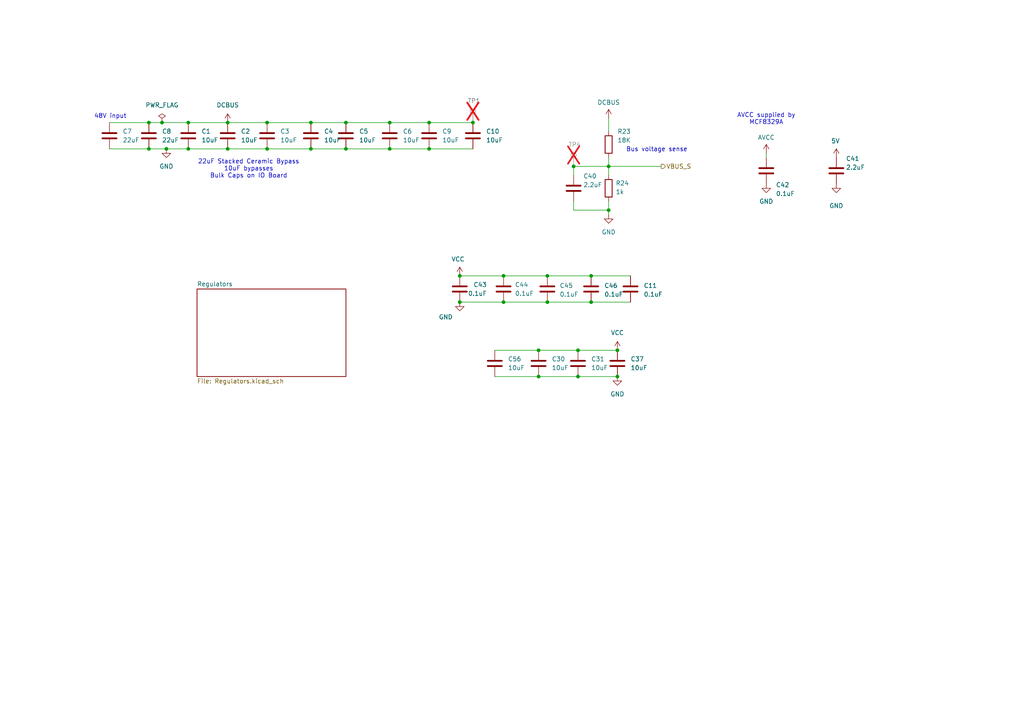
<source format=kicad_sch>
(kicad_sch (version 20231120) (generator "eeschema") (generator_version "8.0")
  (paper "A4")
  (lib_symbols
    (symbol "Connector:TestPoint" (pin_numbers hide) (pin_names (offset 0.762) hide)
      (property "Reference" "TP" (at 0 6.858 0))
      (property "Value" "TestPoint" (at 0 5.08 0))
      (symbol "TestPoint_0_1"
        (circle (center 0 3.302) (radius 0.762))
      )
      (symbol "TestPoint_1_1"
        (pin passive line (at 0 0 90) (length 2.54) (name "1") (number "1"))
      )
    )
    (symbol "Device:C" (pin_numbers hide) (pin_names (offset 0.254))
      (property "Reference" "C" (at 0.635 2.54 0))
      (property "Value" "C" (at 0.635 -2.54 0))
      (symbol "C_0_1"
        (polyline (pts (xy -2.032 -0.762) (xy 2.032 -0.762)) (stroke (width 0.508)))
        (polyline (pts (xy -2.032 0.762) (xy 2.032 0.762)) (stroke (width 0.508)))
      )
      (symbol "C_1_1"
        (pin passive line (at 0 3.81 270) (length 2.794) (name "~") (number "1"))
        (pin passive line (at 0 -3.81 90) (length 2.794) (name "~") (number "2"))
      )
    )
    (symbol "Device:R" (pin_numbers hide) (pin_names (offset 0))
      (property "Reference" "R" (at 2.032 0 90))
      (property "Value" "R" (at 0 0 90))
      (symbol "R_0_1"
        (rectangle (start -1.016 -2.54) (end 1.016 2.54) (stroke (width 0.254)))
      )
      (symbol "R_1_1"
        (pin passive line (at 0 3.81 270) (length 1.27) (name "~") (number "1"))
        (pin passive line (at 0 -3.81 90) (length 1.27) (name "~") (number "2"))
      )
    )
    (symbol "power:+3.3V" (power) (pin_numbers hide) (pin_names (offset 0) hide)
      (property "Value" "+3.3V" (at 0 3.556 0))
      (symbol "+3.3V_0_1"
        (polyline (pts (xy -0.762 1.27) (xy 0 2.54)))
        (polyline (pts (xy 0 0) (xy 0 2.54)))
        (polyline (pts (xy 0 2.54) (xy 0.762 1.27)))
      )
      (symbol "+3.3V_1_1"
        (pin power_in line (at 0 0 90) (length 0) (name "~") (number "1"))
      )
    )
    (symbol "power:+48V" (power) (pin_numbers hide) (pin_names (offset 0) hide)
      (property "Value" "+48V" (at 0 3.556 0))
      (symbol "+48V_0_1"
        (polyline (pts (xy -0.762 1.27) (xy 0 2.54)))
        (polyline (pts (xy 0 0) (xy 0 2.54)))
        (polyline (pts (xy 0 2.54) (xy 0.762 1.27)))
      )
      (symbol "+48V_1_1"
        (pin power_in line (at 0 0 90) (length 0) (name "~") (number "1"))
      )
    )
    (symbol "power:+5V" (power) (pin_numbers hide) (pin_names (offset 0) hide)
      (property "Value" "+5V" (at 0 3.556 0))
      (symbol "+5V_0_1"
        (polyline (pts (xy -0.762 1.27) (xy 0 2.54)))
        (polyline (pts (xy 0 0) (xy 0 2.54)))
        (polyline (pts (xy 0 2.54) (xy 0.762 1.27)))
      )
      (symbol "+5V_1_1"
        (pin power_in line (at 0 0 90) (length 0) (name "~") (number "1"))
      )
    )
    (symbol "power:GND" (power) (pin_numbers hide) (pin_names (offset 0) hide)
      (property "Value" "GND" (at 0 -3.81 0))
      (symbol "GND_0_1"
        (polyline (pts (xy 0 0) (xy 0 -1.27) (xy 1.27 -1.27) (xy 0 -2.54) (xy -1.27 -1.27) (xy 0 -1.27)))
      )
      (symbol "GND_1_1"
        (pin power_in line (at 0 0 270) (length 0) (name "~") (number "1"))
      )
    )
    (symbol "power:PWR_FLAG" (power) (pin_numbers hide) (pin_names (offset 0) hide)
      (property "Value" "PWR_FLAG" (at 0 3.81 0))
      (symbol "PWR_FLAG_0_0"
        (pin power_out line (at 0 0 90) (length 0) (name "~") (number "1"))
      )
      (symbol "PWR_FLAG_0_1"
        (polyline (pts (xy 0 0) (xy 0 1.27) (xy -1.016 1.905) (xy 0 2.54) (xy 1.016 1.905) (xy 0 1.27)))
      )
    )
    (symbol "power:VCC" (power) (pin_numbers hide) (pin_names (offset 0) hide)
      (property "Value" "VCC" (at 0 3.556 0))
      (symbol "VCC_0_1"
        (polyline (pts (xy -0.762 1.27) (xy 0 2.54)))
        (polyline (pts (xy 0 0) (xy 0 2.54)))
        (polyline (pts (xy 0 2.54) (xy 0.762 1.27)))
      )
      (symbol "VCC_1_1"
        (pin power_in line (at 0 0 90) (length 0) (name "~") (number "1"))
      )
    )
  )
  (junction (at 158.75 87.63))
  (junction (at 176.53 60.96))
  (junction (at 146.05 80.01))
  (junction (at 158.75 80.01))
  (junction (at 43.18 35.56))
  (junction (at 66.04 43.18))
  (junction (at 133.35 87.63))
  (junction (at 46.99 35.56))
  (junction (at 166.37 48.26))
  (junction (at 133.35 80.01))
  (junction (at 54.61 35.56))
  (junction (at 100.33 35.56))
  (junction (at 90.17 35.56))
  (junction (at 156.21 109.22))
  (junction (at 146.05 87.63))
  (junction (at 137.16 35.56))
  (junction (at 167.64 101.6))
  (junction (at 156.21 101.6))
  (junction (at 43.18 43.18))
  (junction (at 179.07 101.6))
  (junction (at 176.53 48.26))
  (junction (at 124.46 43.18))
  (junction (at 100.33 43.18))
  (junction (at 48.26 43.18))
  (junction (at 171.45 87.63))
  (junction (at 77.47 43.18))
  (junction (at 113.03 35.56))
  (junction (at 179.07 109.22))
  (junction (at 54.61 43.18))
  (junction (at 66.04 35.56))
  (junction (at 90.17 43.18))
  (junction (at 124.46 35.56))
  (junction (at 113.03 43.18))
  (junction (at 77.47 35.56))
  (junction (at 167.64 109.22))
  (junction (at 171.45 80.01))
  (wire (pts (xy 90.17 43.18) (xy 100.33 43.18)))
  (wire (pts (xy 171.45 87.63) (xy 182.88 87.63)))
  (wire (pts (xy 176.53 48.26) (xy 176.53 50.8)))
  (wire (pts (xy 176.53 34.29) (xy 176.53 38.1)))
  (wire (pts (xy 167.64 101.6) (xy 179.07 101.6)))
  (wire (pts (xy 124.46 43.18) (xy 137.16 43.18)))
  (wire (pts (xy 77.47 35.56) (xy 90.17 35.56)))
  (wire (pts (xy 176.53 60.96) (xy 176.53 62.23)))
  (wire (pts (xy 167.64 109.22) (xy 179.07 109.22)))
  (wire (pts (xy 143.51 101.6) (xy 156.21 101.6)))
  (wire (pts (xy 124.46 35.56) (xy 137.16 35.56)))
  (wire (pts (xy 176.53 60.96) (xy 166.37 60.96)))
  (wire (pts (xy 31.75 35.56) (xy 43.18 35.56)))
  (wire (pts (xy 146.05 80.01) (xy 158.75 80.01)))
  (wire (pts (xy 100.33 35.56) (xy 113.03 35.56)))
  (wire (pts (xy 176.53 45.72) (xy 176.53 48.26)))
  (wire (pts (xy 43.18 43.18) (xy 48.26 43.18)))
  (wire (pts (xy 158.75 80.01) (xy 171.45 80.01)))
  (wire (pts (xy 100.33 43.18) (xy 113.03 43.18)))
  (wire (pts (xy 54.61 43.18) (xy 66.04 43.18)))
  (wire (pts (xy 48.26 43.18) (xy 54.61 43.18)))
  (wire (pts (xy 222.25 44.45) (xy 222.25 45.72)))
  (wire (pts (xy 43.18 35.56) (xy 46.99 35.56)))
  (wire (pts (xy 66.04 43.18) (xy 77.47 43.18)))
  (wire (pts (xy 54.61 35.56) (xy 66.04 35.56)))
  (wire (pts (xy 156.21 109.22) (xy 167.64 109.22)))
  (wire (pts (xy 156.21 101.6) (xy 167.64 101.6)))
  (wire (pts (xy 113.03 43.18) (xy 124.46 43.18)))
  (wire (pts (xy 133.35 80.01) (xy 146.05 80.01)))
  (wire (pts (xy 77.47 43.18) (xy 90.17 43.18)))
  (wire (pts (xy 46.99 35.56) (xy 54.61 35.56)))
  (wire (pts (xy 166.37 48.26) (xy 176.53 48.26)))
  (wire (pts (xy 176.53 58.42) (xy 176.53 60.96)))
  (wire (pts (xy 166.37 50.8) (xy 166.37 48.26)))
  (wire (pts (xy 176.53 48.26) (xy 191.77 48.26)))
  (wire (pts (xy 143.51 109.22) (xy 156.21 109.22)))
  (wire (pts (xy 31.75 43.18) (xy 43.18 43.18)))
  (wire (pts (xy 90.17 35.56) (xy 100.33 35.56)))
  (wire (pts (xy 146.05 87.63) (xy 158.75 87.63)))
  (wire (pts (xy 171.45 80.01) (xy 182.88 80.01)))
  (wire (pts (xy 113.03 35.56) (xy 124.46 35.56)))
  (wire (pts (xy 166.37 60.96) (xy 166.37 58.42)))
  (wire (pts (xy 66.04 35.56) (xy 77.47 35.56)))
  (wire (pts (xy 158.75 87.63) (xy 171.45 87.63)))
  (wire (pts (xy 133.35 87.63) (xy 146.05 87.63)))
  (text "22uF Stacked Ceramic Bypass\n10uF bypasses\nBulk Caps on IO Board" (at 72.136 49.022 0) (effects (font (size 1.27 1.27))))
  (text "48V input" (at 32.004 33.782 0) (effects (font (size 1.27 1.27))))
  (text "Bus voltage sense" (at 190.5 43.434 0) (effects (font (size 1.27 1.27))))
  (text "AVCC supplied by\nMCF8329A" (at 222.25 34.544 0) (effects (font (size 1.27 1.27))))
  (hierarchical_label "VBUS_S" (shape output) (at 191.77 48.26 0))
  (symbol (lib_id "Device:C") (at 77.47 39.37 0) (unit 1)
    (property "Reference" "C3" (at 81.28 38.0999 0) (effects (justify left)))
    (property "Value" "10uF" (at 81.28 40.6399 0) (effects (justify left)))
    (property "Description" "Unpolarized capacitor" (effects (hide yes)))
    (property "LCSC Part #" "C153035" (effects (hide yes)))
    (property "LCSC Part #" " C153035" (effects (hide yes)))
  )
  (symbol (lib_id "Device:C") (at 222.25 49.53 0) (unit 1)
    (property "Reference" "C42" (at 225.044 54.356 0) (effects (justify left bottom)))
    (property "Value" "${CAPACITANCE}" (at 225.044 56.896 0) (effects (justify left bottom)))
    (property "Footprint" "Capacitor_SMD:C_0603_1608Metric" (effects (hide yes)))
    (property "Description" "CAP CER 0.1UF 50V X7R 0603" (effects (hide yes)))
    (property "SUPPLIER 1" "Digi-Key" (effects (hide yes)))
    (property "SUPPLIER PART NUMBER 1" "490-1519-2-ND" (effects (hide yes)))
    (property "MANUFACTURER" "Murata Electronics North America" (effects (hide yes)))
    (property "MANUFACTURER PART NUMBER" "GRM188R71H104KA93D" (effects (hide yes)))
    (property "ROHS" "RoHS Compliant" (effects (hide yes)))
    (property "CATEGORY" "Capacitors" (effects (hide yes)))
    (property "PRICING 1" "4000=0.01822, 8000=0.01663, 12000=0.01584 (USD)" (effects (hide yes)))
    (property "PACKAGING" "Tape & Reel (TR)" (effects (hide yes)))
    (property "CAPACITANCE" "0.1uF" (effects (hide yes)))
    (property "TOLERANCE" "±10%" (effects (hide yes)))
    (property "VOLTAGE - RATED" "50V" (effects (hide yes)))
    (property "TEMPERATURE COEFFICIENT" "X7R" (effects (hide yes)))
    (property "MOUNTING TYPE" "Surface Mount, MLCC" (effects (hide yes)))
    (property "OPERATING TEMPERATURE" "-55°C ~ 125°C" (effects (hide yes)))
    (property "APPLICATIONS" "General Purpose" (effects (hide yes)))
    (property "RATINGS" "-" (effects (hide yes)))
    (property "PACKAGE / CASE" "0603 (1608 Metric)" (effects (hide yes)))
    (property "SIZE / DIMENSION" "0.063\" L x 0.032\" W (1.60mm x 0.80mm)" (effects (hide yes)))
    (property "HEIGHT - SEATED (MAX)" "-" (effects (hide yes)))
    (property "THICKNESS (MAX)" "0.035\" (0.90mm)" (effects (hide yes)))
    (property "LEAD SPACING" "-" (effects (hide yes)))
    (property "FEATURES" "-" (effects (hide yes)))
    (property "LEAD STYLE" "-" (effects (hide yes)))
    (property "COMPONENTLINK1URL" "http://www.murata.com/~/media/webrenewal/support/library/catalog/products/capacitor/mlcc/c02e.ashx?la=en-us" (effects (hide yes)))
    (property "COMPONENTLINK1DESCRIPTION" "http://www.murata.com/~/media/webrenewal/support/library/catalog/products/capacitor/mlcc/c02e.ashx?la=en-us" (effects (hide yes)))
    (property "STOCK" "19812000" (effects (hide yes)))
    (property "PART STATUS" "Active" (effects (hide yes)))
    (property "SUPPLIER 2" "Digi-Key" (effects (hide yes)))
    (property "SUPPLIER PART NUMBER 2" "490-1519-1-ND" (effects (hide yes)))
    (property "PRICING 2" "1=0.12, 10=0.084, 100=0.0396, 500=0.02778, 1000=0.023 (USD)" (effects (hide yes)))
    (property "LCSC Part #" "C14663" (effects (hide yes)))
  )
  (symbol (lib_id "Device:C") (at 166.37 54.61 0) (unit 1)
    (property "Reference" "C40" (at 169.164 51.816 0) (effects (justify left bottom)))
    (property "Value" "2.2uF" (at 169.164 54.356 0) (effects (justify left bottom)))
    (property "Footprint" "Capacitor_SMD:C_0603_1608Metric" (effects (hide yes)))
    (property "Description" "CAP CER 2.2UF 16V X5R 0603" (effects (hide yes)))
    (property "SUPPLIER 1" "Digi-Key" (effects (hide yes)))
    (property "SUPPLIER PART NUMBER 1" "490-3296-1-ND" (effects (hide yes)))
    (property "MANUFACTURER" "Murata Electronics North America" (effects (hide yes)))
    (property "MANUFACTURER PART NUMBER" "GRM188R61C225KE15D" (effects (hide yes)))
    (property "ROHS" "RoHS Compliant" (effects (hide yes)))
    (property "CATEGORY" "Capacitors" (effects (hide yes)))
    (property "STOCK 1" "1255740" (effects (hide yes)))
    (property "PRICING 1" "1=0.12, 10=0.08, 50=0.046, 100=0.038, 250=0.032, 500=0.0268, 1000=0.022 (USD)" (effects (hide yes)))
    (property "PACKAGING" "Cut Tape (CT)" (effects (hide yes)))
    (property "CAPACITANCE" "2.2µF" (effects (hide yes)))
    (property "TOLERANCE" "±10%" (effects (hide yes)))
    (property "VOLTAGE - RATED" "16V" (effects (hide yes)))
    (property "TEMPERATURE COEFFICIENT" "X5R" (effects (hide yes)))
    (property "MOUNTING TYPE" "Surface Mount, MLCC" (effects (hide yes)))
    (property "OPERATING TEMPERATURE" "-55°C ~ 85°C" (effects (hide yes)))
    (property "APPLICATIONS" "General Purpose" (effects (hide yes)))
    (property "RATINGS" "-" (effects (hide yes)))
    (property "PACKAGE / CASE" "0603 (1608 Metric)" (effects (hide yes)))
    (property "SIZE / DIMENSION" "0.063\" L x 0.031\" W (1.60mm x 0.80mm)" (effects (hide yes)))
    (property "HEIGHT - SEATED (MAX)" "-" (effects (hide yes)))
    (property "THICKNESS (MAX)" "0.035\" (0.90mm)" (effects (hide yes)))
    (property "LEAD SPACING" "-" (effects (hide yes)))
    (property "FEATURES" "-" (effects (hide yes)))
    (property "LEAD STYLE" "-" (effects (hide yes)))
    (property "COMPONENTLINK1URL" "http://www.murata.com/~/media/webrenewal/support/library/catalog/products/capacitor/mlcc/c02e.pdf" (effects (hide yes)))
    (property "COMPONENTLINK1DESCRIPTION" "http://www.murata.com/~/media/webrenewal/support/library/catalog/products/capacitor/mlcc/c02e.pdf" (effects (hide yes)))
    (property "LCSC Part #" "C77183" (effects (hide yes)))
  )
  (symbol (lib_id "Device:C") (at 137.16 39.37 0) (unit 1)
    (property "Reference" "C10" (at 140.97 38.0999 0) (effects (justify left)))
    (property "Value" "10uF" (at 140.97 40.6399 0) (effects (justify left)))
    (property "Description" "Unpolarized capacitor" (effects (hide yes)))
    (property "LCSC Part #" "C153035" (effects (hide yes)))
    (property "LCSC Part #" " C153035" (effects (hide yes)))
  )
  (symbol (lib_id "Device:C") (at 43.18 39.37 0) (unit 1)
    (property "Reference" "C8" (at 46.99 38.0999 0) (effects (justify left)))
    (property "Value" "22uF" (at 46.99 40.6399 0) (effects (justify left)))
    (property "Description" "Unpolarized capacitor" (effects (hide yes)))
    (property "LCSC Part #" " C1921234" (effects (hide yes)))
    (property "LCSC Part #" " C1921234" (effects (hide yes)))
  )
  (symbol (lib_id "power:+3.3V") (at 179.07 101.6 0) (unit 1)
    (property "Reference" "#PWR098" (effects (hide yes)))
    (property "Value" "VCC" (at 179.07 96.52 0))
    (property "Description" "Power symbol creates a global label with name \"+3.3V\"" (effects (hide yes)))
  )
  (symbol (lib_id "Device:C") (at 113.03 39.37 0) (unit 1)
    (property "Reference" "C6" (at 116.84 38.0999 0) (effects (justify left)))
    (property "Value" "10uF" (at 116.84 40.6399 0) (effects (justify left)))
    (property "Description" "Unpolarized capacitor" (effects (hide yes)))
    (property "LCSC Part #" "C153035" (effects (hide yes)))
    (property "LCSC Part #" " C153035" (effects (hide yes)))
  )
  (symbol (lib_id "Device:C") (at 54.61 39.37 0) (unit 1)
    (property "Reference" "C1" (at 58.42 38.0999 0) (effects (justify left)))
    (property "Value" "10uF" (at 58.42 40.6399 0) (effects (justify left)))
    (property "Description" "Unpolarized capacitor" (effects (hide yes)))
    (property "LCSC Part #" "C153035" (effects (hide yes)))
    (property "LCSC Part #" " C153035" (effects (hide yes)))
  )
  (symbol (lib_id "Device:R") (at 176.53 41.91 0) (unit 1)
    (property "Reference" "R23" (at 179.07 38.862 0) (effects (justify left bottom)))
    (property "Value" "18K" (at 179.07 41.402 0) (effects (justify left bottom)))
    (property "Footprint" "Resistor_SMD:R_0603_1608Metric" (effects (hide yes)))
    (property "Description" "RES SMD 10K OHM 1% 1/10W 0603" (effects (hide yes)))
    (property "SUPPLIER 1" "Digi-Key" (effects (hide yes)))
    (property "SUPPLIER PART NUMBER 1" "311-10.0KHRCT-ND" (effects (hide yes)))
    (property "MANUFACTURER" "Yageo" (effects (hide yes)))
    (property "MANUFACTURER PART NUMBER" "RC0603FR-0710KL" (effects (hide yes)))
    (property "ROHS" "RoHS Compliant" (effects (hide yes)))
    (property "CATEGORY" "Resistors" (effects (hide yes)))
    (property "STOCK 1" "13504930" (effects (hide yes)))
    (property "PRICING 1" "1=0.1, 10=0.014, 25=0.01, 100=0.0057, 250=0.00436, 500=0.00348, 1000=0.00257, 2500=0.00223 (USD)" (effects (hide yes)))
    (property "PACKAGING" "Cut Tape (CT)" (effects (hide yes)))
    (property "RESISTANCE (OHMS)" "10k" (effects (hide yes)))
    (property "TOLERANCE" "±1%" (effects (hide yes)))
    (property "POWER (WATTS)" "0.1W, 1/10W" (effects (hide yes)))
    (property "COMPOSITION" "Thick Film" (effects (hide yes)))
    (property "FEATURES" "Moisture Resistant" (effects (hide yes)))
    (property "TEMPERATURE COEFFICIENT" "±100ppm/°C" (effects (hide yes)))
    (property "OPERATING TEMPERATURE" "-55°C ~ 155°C" (effects (hide yes)))
    (property "PACKAGE / CASE" "0603 (1608 Metric)" (effects (hide yes)))
    (property "SUPPLIER DEVICE PACKAGE" "0603" (effects (hide yes)))
    (property "SIZE / DIMENSION" "0.063\" L x 0.031\" W (1.60mm x 0.80mm)" (effects (hide yes)))
    (property "HEIGHT" "0.022\" (0.55mm)" (effects (hide yes)))
    (property "NUMBER OF TERMINATIONS" "2" (effects (hide yes)))
    (property "COMPONENTLINK1URL" "http://www.yageo.com/documents/recent/PYu-RC_Group_51_RoHS_L_04.pdf" (effects (hide yes)))
    (property "COMPONENTLINK1DESCRIPTION" "http://www.yageo.com/documents/recent/PYu-RC_Group_51_RoHS_L_04.pdf" (effects (hide yes)))
    (property "LCSC Part #" " C98220" (effects (hide yes)))
  )
  (symbol (lib_id "Device:C") (at 124.46 39.37 0) (unit 1)
    (property "Reference" "C9" (at 128.27 38.0999 0) (effects (justify left)))
    (property "Value" "10uF" (at 128.27 40.6399 0) (effects (justify left)))
    (property "Description" "Unpolarized capacitor" (effects (hide yes)))
    (property "LCSC Part #" "C153035" (effects (hide yes)))
    (property "LCSC Part #" " C153035" (effects (hide yes)))
  )
  (symbol (lib_id "power:+48V") (at 66.04 35.56 0) (unit 1)
    (property "Reference" "#PWR01" (effects (hide yes)))
    (property "Value" "DCBUS" (at 66.04 30.48 0))
    (property "Description" "Power symbol creates a global label with name \"+48V\"" (effects (hide yes)))
  )
  (symbol (lib_id "power:+5V") (at 242.57 45.72 0) (unit 1)
    (property "Reference" "#PWR048" (effects (hide yes)))
    (property "Value" "5V" (at 242.316 40.894 0))
  )
  (symbol (lib_id "Device:C") (at 182.88 83.82 0) (unit 1)
    (property "Reference" "C11" (at 186.69 83.566 0) (effects (justify left bottom)))
    (property "Value" "${CAPACITANCE}" (at 186.69 86.106 0) (effects (justify left bottom)))
    (property "Footprint" "Capacitor_SMD:C_0603_1608Metric" (effects (hide yes)))
    (property "Description" "CAP CER 0.1UF 50V X7R 0603" (effects (hide yes)))
    (property "SUPPLIER 1" "Digi-Key" (effects (hide yes)))
    (property "SUPPLIER PART NUMBER 1" "490-1519-2-ND" (effects (hide yes)))
    (property "MANUFACTURER" "Murata Electronics North America" (effects (hide yes)))
    (property "MANUFACTURER PART NUMBER" "GRM188R71H104KA93D" (effects (hide yes)))
    (property "ROHS" "RoHS Compliant" (effects (hide yes)))
    (property "CATEGORY" "Capacitors" (effects (hide yes)))
    (property "PRICING 1" "4000=0.01822, 8000=0.01663, 12000=0.01584 (USD)" (effects (hide yes)))
    (property "PACKAGING" "Tape & Reel (TR)" (effects (hide yes)))
    (property "CAPACITANCE" "0.1uF" (effects (hide yes)))
    (property "TOLERANCE" "±10%" (effects (hide yes)))
    (property "VOLTAGE - RATED" "50V" (effects (hide yes)))
    (property "TEMPERATURE COEFFICIENT" "X7R" (effects (hide yes)))
    (property "MOUNTING TYPE" "Surface Mount, MLCC" (effects (hide yes)))
    (property "OPERATING TEMPERATURE" "-55°C ~ 125°C" (effects (hide yes)))
    (property "APPLICATIONS" "General Purpose" (effects (hide yes)))
    (property "RATINGS" "-" (effects (hide yes)))
    (property "PACKAGE / CASE" "0603 (1608 Metric)" (effects (hide yes)))
    (property "SIZE / DIMENSION" "0.063\" L x 0.032\" W (1.60mm x 0.80mm)" (effects (hide yes)))
    (property "HEIGHT - SEATED (MAX)" "-" (effects (hide yes)))
    (property "THICKNESS (MAX)" "0.035\" (0.90mm)" (effects (hide yes)))
    (property "LEAD SPACING" "-" (effects (hide yes)))
    (property "FEATURES" "-" (effects (hide yes)))
    (property "LEAD STYLE" "-" (effects (hide yes)))
    (property "COMPONENTLINK1URL" "http://www.murata.com/~/media/webrenewal/support/library/catalog/products/capacitor/mlcc/c02e.ashx?la=en-us" (effects (hide yes)))
    (property "COMPONENTLINK1DESCRIPTION" "http://www.murata.com/~/media/webrenewal/support/library/catalog/products/capacitor/mlcc/c02e.ashx?la=en-us" (effects (hide yes)))
    (property "STOCK" "19812000" (effects (hide yes)))
    (property "PART STATUS" "Active" (effects (hide yes)))
    (property "SUPPLIER 2" "Digi-Key" (effects (hide yes)))
    (property "SUPPLIER PART NUMBER 2" "490-1519-1-ND" (effects (hide yes)))
    (property "PRICING 2" "1=0.12, 10=0.084, 100=0.0396, 500=0.02778, 1000=0.023 (USD)" (effects (hide yes)))
    (property "LCSC Part #" "C77055" (effects (hide yes)))
  )
  (symbol (lib_id "Connector:TestPoint") (at 166.37 48.26 0) (unit 1) (dnp yes)
    (property "Reference" "TP4" (at 164.846 42.672 0) (effects (justify left bottom)))
    (property "Value" "TESTPOINT" (effects (hide yes)))
    (property "Footprint" "TestPoint:TestPoint_Pad_1.0x1.0mm" (effects (hide yes)))
    (property "Description" "SMD test pin" (effects (hide yes)))
  )
  (symbol (lib_id "power:GND") (at 179.07 109.22 0) (unit 1)
    (property "Reference" "#PWR099" (effects (hide yes)))
    (property "Value" "GND" (at 179.07 114.3 0))
    (property "Description" "Power symbol creates a global label with name \"GND\" , ground" (effects (hide yes)))
  )
  (symbol (lib_id "power:GND") (at 176.53 62.23 0) (unit 1)
    (property "Reference" "#PWR047" (effects (hide yes)))
    (property "Value" "GND" (at 176.53 67.31 0))
    (property "Description" "Power symbol creates a global label with name \"GND\" , ground" (effects (hide yes)))
  )
  (symbol (lib_id "power:VCC") (at 133.35 80.01 0) (unit 1)
    (property "Reference" "#PWR053" (effects (hide yes)))
    (property "Value" "VCC" (at 132.842 75.184 0))
  )
  (symbol (lib_id "Device:C") (at 90.17 39.37 0) (unit 1)
    (property "Reference" "C4" (at 93.98 38.0999 0) (effects (justify left)))
    (property "Value" "10uF" (at 93.98 40.6399 0) (effects (justify left)))
    (property "Description" "Unpolarized capacitor" (effects (hide yes)))
    (property "LCSC Part #" "C153035" (effects (hide yes)))
    (property "LCSC Part #" " C153035" (effects (hide yes)))
  )
  (symbol (lib_id "power:PWR_FLAG") (at 46.99 35.56 0) (unit 1)
    (property "Reference" "#FLG05" (effects (hide yes)))
    (property "Value" "PWR_FLAG" (at 46.99 30.48 0))
    (property "Description" "Special symbol for telling ERC where power comes from" (effects (hide yes)))
  )
  (symbol (lib_id "Device:C") (at 31.75 39.37 0) (unit 1)
    (property "Reference" "C7" (at 35.56 38.0999 0) (effects (justify left)))
    (property "Value" "22uF" (at 35.56 40.6399 0) (effects (justify left)))
    (property "Description" "Unpolarized capacitor" (effects (hide yes)))
    (property "LCSC Part #" " C1921234" (effects (hide yes)))
    (property "LCSC Part #" " C1921234" (effects (hide yes)))
  )
  (symbol (lib_id "power:GND") (at 48.26 43.18 0) (unit 1)
    (property "Reference" "#PWR02" (effects (hide yes)))
    (property "Value" "GND" (at 48.26 48.26 0))
    (property "Description" "Power symbol creates a global label with name \"GND\" , ground" (effects (hide yes)))
  )
  (symbol (lib_id "Device:R") (at 176.53 54.61 0) (unit 1)
    (property "Reference" "R24" (at 178.562 53.848 0) (effects (justify left bottom)))
    (property "Value" "1k" (at 178.562 56.388 0) (effects (justify left bottom)))
    (property "Footprint" "Resistor_SMD:R_0603_1608Metric" (effects (hide yes)))
    (property "Description" "RES SMD 1K OHM 1% 1/10W 0603" (effects (hide yes)))
    (property "SUPPLIER 1" "Digi-Key" (effects (hide yes)))
    (property "SUPPLIER PART NUMBER 1" "311-1.00KHRCT-ND" (effects (hide yes)))
    (property "MANUFACTURER" "Yageo" (effects (hide yes)))
    (property "ROHS" "RoHS Compliant" (effects (hide yes)))
    (property "CATEGORY" "Resistors" (effects (hide yes)))
    (property "STOCK 1" "6734836" (effects (hide yes)))
    (property "PRICING 1" "1=0.1, 10=0.014, 25=0.01, 100=0.0057, 250=0.00436, 500=0.00348, 1000=0.00257, 2500=0.00223 (USD)" (effects (hide yes)))
    (property "PACKAGING" "Cut Tape (CT)" (effects (hide yes)))
    (property "TOLERANCE" "±1%" (effects (hide yes)))
    (property "POWER (WATTS)" "0.1W, 1/10W" (effects (hide yes)))
    (property "COMPOSITION" "Thick Film" (effects (hide yes)))
    (property "FEATURES" "Moisture Resistant" (effects (hide yes)))
    (property "TEMPERATURE COEFFICIENT" "±100ppm/°C" (effects (hide yes)))
    (property "OPERATING TEMPERATURE" "-55°C ~ 155°C" (effects (hide yes)))
    (property "PACKAGE / CASE" "0603 (1608 Metric)" (effects (hide yes)))
    (property "SUPPLIER DEVICE PACKAGE" "0603" (effects (hide yes)))
    (property "SIZE / DIMENSION" "0.063\" L x 0.031\" W (1.60mm x 0.80mm)" (effects (hide yes)))
    (property "HEIGHT" "0.022\" (0.55mm)" (effects (hide yes)))
    (property "NUMBER OF TERMINATIONS" "2" (effects (hide yes)))
    (property "COMPONENTLINK1URL" "http://www.yageo.com/documents/recent/PYu-RC_Group_51_RoHS_L_04.pdf" (effects (hide yes)))
    (property "COMPONENTLINK1DESCRIPTION" "http://www.yageo.com/documents/recent/PYu-RC_Group_51_RoHS_L_04.pdf" (effects (hide yes)))
    (property "MANUFACTURER PART NUMBER" "RC0603FR-071KL" (effects (hide yes)))
    (property "RESISTANCE (OHMS)" "1k" (effects (hide yes)))
    (property "LCSC Part #" "C22548" (effects (hide yes)))
  )
  (symbol (lib_id "Device:C") (at 100.33 39.37 0) (unit 1)
    (property "Reference" "C5" (at 104.14 38.0999 0) (effects (justify left)))
    (property "Value" "10uF" (at 104.14 40.6399 0) (effects (justify left)))
    (property "Description" "Unpolarized capacitor" (effects (hide yes)))
    (property "LCSC Part #" "C153035" (effects (hide yes)))
    (property "LCSC Part #" " C153035" (effects (hide yes)))
  )
  (symbol (lib_id "Device:C") (at 146.05 83.82 0) (unit 1)
    (property "Reference" "C44" (at 149.352 83.312 0) (effects (justify left bottom)))
    (property "Value" "${CAPACITANCE}" (at 149.352 85.852 0) (effects (justify left bottom)))
    (property "Footprint" "Capacitor_SMD:C_0603_1608Metric" (effects (hide yes)))
    (property "Description" "CAP CER 0.1UF 50V X7R 0603" (effects (hide yes)))
    (property "SUPPLIER 1" "Digi-Key" (effects (hide yes)))
    (property "SUPPLIER PART NUMBER 1" "490-1519-2-ND" (effects (hide yes)))
    (property "MANUFACTURER" "Murata Electronics North America" (effects (hide yes)))
    (property "MANUFACTURER PART NUMBER" "GRM188R71H104KA93D" (effects (hide yes)))
    (property "ROHS" "RoHS Compliant" (effects (hide yes)))
    (property "CATEGORY" "Capacitors" (effects (hide yes)))
    (property "PRICING 1" "4000=0.01822, 8000=0.01663, 12000=0.01584 (USD)" (effects (hide yes)))
    (property "PACKAGING" "Tape & Reel (TR)" (effects (hide yes)))
    (property "CAPACITANCE" "0.1uF" (effects (hide yes)))
    (property "TOLERANCE" "±10%" (effects (hide yes)))
    (property "VOLTAGE - RATED" "50V" (effects (hide yes)))
    (property "TEMPERATURE COEFFICIENT" "X7R" (effects (hide yes)))
    (property "MOUNTING TYPE" "Surface Mount, MLCC" (effects (hide yes)))
    (property "OPERATING TEMPERATURE" "-55°C ~ 125°C" (effects (hide yes)))
    (property "APPLICATIONS" "General Purpose" (effects (hide yes)))
    (property "RATINGS" "-" (effects (hide yes)))
    (property "PACKAGE / CASE" "0603 (1608 Metric)" (effects (hide yes)))
    (property "SIZE / DIMENSION" "0.063\" L x 0.032\" W (1.60mm x 0.80mm)" (effects (hide yes)))
    (property "HEIGHT - SEATED (MAX)" "-" (effects (hide yes)))
    (property "THICKNESS (MAX)" "0.035\" (0.90mm)" (effects (hide yes)))
    (property "LEAD SPACING" "-" (effects (hide yes)))
    (property "FEATURES" "-" (effects (hide yes)))
    (property "LEAD STYLE" "-" (effects (hide yes)))
    (property "COMPONENTLINK1URL" "http://www.murata.com/~/media/webrenewal/support/library/catalog/products/capacitor/mlcc/c02e.ashx?la=en-us" (effects (hide yes)))
    (property "COMPONENTLINK1DESCRIPTION" "http://www.murata.com/~/media/webrenewal/support/library/catalog/products/capacitor/mlcc/c02e.ashx?la=en-us" (effects (hide yes)))
    (property "STOCK" "19812000" (effects (hide yes)))
    (property "PART STATUS" "Active" (effects (hide yes)))
    (property "SUPPLIER 2" "Digi-Key" (effects (hide yes)))
    (property "SUPPLIER PART NUMBER 2" "490-1519-1-ND" (effects (hide yes)))
    (property "PRICING 2" "1=0.12, 10=0.084, 100=0.0396, 500=0.02778, 1000=0.023 (USD)" (effects (hide yes)))
    (property "LCSC Part #" "C77055" (effects (hide yes)))
  )
  (symbol (lib_id "Device:C") (at 242.57 49.53 0) (unit 1)
    (property "Reference" "C41" (at 245.364 46.736 0) (effects (justify left bottom)))
    (property "Value" "2.2uF" (at 245.364 49.276 0) (effects (justify left bottom)))
    (property "Footprint" "Capacitor_SMD:C_0603_1608Metric" (effects (hide yes)))
    (property "Description" "CAP CER 2.2UF 16V X5R 0603" (effects (hide yes)))
    (property "SUPPLIER 1" "Digi-Key" (effects (hide yes)))
    (property "SUPPLIER PART NUMBER 1" "490-3296-1-ND" (effects (hide yes)))
    (property "MANUFACTURER" "Murata Electronics North America" (effects (hide yes)))
    (property "MANUFACTURER PART NUMBER" "GRM188R61C225KE15D" (effects (hide yes)))
    (property "ROHS" "RoHS Compliant" (effects (hide yes)))
    (property "CATEGORY" "Capacitors" (effects (hide yes)))
    (property "STOCK 1" "1255740" (effects (hide yes)))
    (property "PRICING 1" "1=0.12, 10=0.08, 50=0.046, 100=0.038, 250=0.032, 500=0.0268, 1000=0.022 (USD)" (effects (hide yes)))
    (property "PACKAGING" "Cut Tape (CT)" (effects (hide yes)))
    (property "CAPACITANCE" "2.2µF" (effects (hide yes)))
    (property "TOLERANCE" "±10%" (effects (hide yes)))
    (property "VOLTAGE - RATED" "16V" (effects (hide yes)))
    (property "TEMPERATURE COEFFICIENT" "X5R" (effects (hide yes)))
    (property "MOUNTING TYPE" "Surface Mount, MLCC" (effects (hide yes)))
    (property "OPERATING TEMPERATURE" "-55°C ~ 85°C" (effects (hide yes)))
    (property "APPLICATIONS" "General Purpose" (effects (hide yes)))
    (property "RATINGS" "-" (effects (hide yes)))
    (property "PACKAGE / CASE" "0603 (1608 Metric)" (effects (hide yes)))
    (property "SIZE / DIMENSION" "0.063\" L x 0.031\" W (1.60mm x 0.80mm)" (effects (hide yes)))
    (property "HEIGHT - SEATED (MAX)" "-" (effects (hide yes)))
    (property "THICKNESS (MAX)" "0.035\" (0.90mm)" (effects (hide yes)))
    (property "LEAD SPACING" "-" (effects (hide yes)))
    (property "FEATURES" "-" (effects (hide yes)))
    (property "LEAD STYLE" "-" (effects (hide yes)))
    (property "COMPONENTLINK1URL" "http://www.murata.com/~/media/webrenewal/support/library/catalog/products/capacitor/mlcc/c02e.pdf" (effects (hide yes)))
    (property "COMPONENTLINK1DESCRIPTION" "http://www.murata.com/~/media/webrenewal/support/library/catalog/products/capacitor/mlcc/c02e.pdf" (effects (hide yes)))
    (property "LCSC Part #" "C77183" (effects (hide yes)))
  )
  (symbol (lib_id "Device:C") (at 133.35 83.82 0) (mirror y) (unit 1)
    (property "Reference" "C43" (at 141.224 83.312 0) (effects (justify left bottom)))
    (property "Value" "${CAPACITANCE}" (at 141.224 85.852 0) (effects (justify left bottom)))
    (property "Footprint" "Capacitor_SMD:C_0603_1608Metric" (effects (hide yes)))
    (property "Description" "CAP CER 0.1UF 50V X7R 0603" (effects (hide yes)))
    (property "SUPPLIER 1" "Digi-Key" (effects (hide yes)))
    (property "SUPPLIER PART NUMBER 1" "490-1519-2-ND" (effects (hide yes)))
    (property "MANUFACTURER" "Murata Electronics North America" (effects (hide yes)))
    (property "MANUFACTURER PART NUMBER" "GRM188R71H104KA93D" (effects (hide yes)))
    (property "ROHS" "RoHS Compliant" (effects (hide yes)))
    (property "CATEGORY" "Capacitors" (effects (hide yes)))
    (property "PRICING 1" "4000=0.01822, 8000=0.01663, 12000=0.01584 (USD)" (effects (hide yes)))
    (property "PACKAGING" "Tape & Reel (TR)" (effects (hide yes)))
    (property "CAPACITANCE" "0.1uF" (effects (hide yes)))
    (property "TOLERANCE" "±10%" (effects (hide yes)))
    (property "VOLTAGE - RATED" "50V" (effects (hide yes)))
    (property "TEMPERATURE COEFFICIENT" "X7R" (effects (hide yes)))
    (property "MOUNTING TYPE" "Surface Mount, MLCC" (effects (hide yes)))
    (property "OPERATING TEMPERATURE" "-55°C ~ 125°C" (effects (hide yes)))
    (property "APPLICATIONS" "General Purpose" (effects (hide yes)))
    (property "RATINGS" "-" (effects (hide yes)))
    (property "PACKAGE / CASE" "0603 (1608 Metric)" (effects (hide yes)))
    (property "SIZE / DIMENSION" "0.063\" L x 0.032\" W (1.60mm x 0.80mm)" (effects (hide yes)))
    (property "HEIGHT - SEATED (MAX)" "-" (effects (hide yes)))
    (property "THICKNESS (MAX)" "0.035\" (0.90mm)" (effects (hide yes)))
    (property "LEAD SPACING" "-" (effects (hide yes)))
    (property "FEATURES" "-" (effects (hide yes)))
    (property "LEAD STYLE" "-" (effects (hide yes)))
    (property "COMPONENTLINK1URL" "http://www.murata.com/~/media/webrenewal/support/library/catalog/products/capacitor/mlcc/c02e.ashx?la=en-us" (effects (hide yes)))
    (property "COMPONENTLINK1DESCRIPTION" "http://www.murata.com/~/media/webrenewal/support/library/catalog/products/capacitor/mlcc/c02e.ashx?la=en-us" (effects (hide yes)))
    (property "STOCK" "19812000" (effects (hide yes)))
    (property "PART STATUS" "Active" (effects (hide yes)))
    (property "SUPPLIER 2" "Digi-Key" (effects (hide yes)))
    (property "SUPPLIER PART NUMBER 2" "490-1519-1-ND" (effects (hide yes)))
    (property "PRICING 2" "1=0.12, 10=0.084, 100=0.0396, 500=0.02778, 1000=0.023 (USD)" (effects (hide yes)))
    (property "LCSC Part #" "C77055" (effects (hide yes)))
  )
  (symbol (lib_id "Device:C") (at 167.64 105.41 0) (unit 1)
    (property "Reference" "C31" (at 171.45 104.1399 0) (effects (justify left)))
    (property "Value" "10uF" (at 171.45 106.6799 0) (effects (justify left)))
    (property "Description" "Unpolarized capacitor" (effects (hide yes)))
    (property "LCSC Part #" "C77075" (effects (hide yes)))
  )
  (symbol (lib_id "Device:C") (at 156.21 105.41 0) (unit 1)
    (property "Reference" "C30" (at 160.02 104.1399 0) (effects (justify left)))
    (property "Value" "10uF" (at 160.02 106.6799 0) (effects (justify left)))
    (property "Description" "Unpolarized capacitor" (effects (hide yes)))
    (property "LCSC Part #" "C77075" (effects (hide yes)))
  )
  (symbol (lib_id "power:VCC") (at 222.25 44.45 0) (unit 1)
    (property "Reference" "#PWR050" (effects (hide yes)))
    (property "Value" "AVCC" (at 222.25 39.878 0))
  )
  (symbol (lib_id "Device:C") (at 179.07 105.41 0) (unit 1)
    (property "Reference" "C37" (at 182.88 104.1399 0) (effects (justify left)))
    (property "Value" "10uF" (at 182.88 106.6799 0) (effects (justify left)))
    (property "Description" "Unpolarized capacitor" (effects (hide yes)))
    (property "LCSC Part #" "C77075" (effects (hide yes)))
  )
  (symbol (lib_id "Device:C") (at 158.75 83.82 0) (unit 1)
    (property "Reference" "C45" (at 162.306 83.566 0) (effects (justify left bottom)))
    (property "Value" "${CAPACITANCE}" (at 162.306 86.106 0) (effects (justify left bottom)))
    (property "Footprint" "Capacitor_SMD:C_0603_1608Metric" (effects (hide yes)))
    (property "Description" "CAP CER 0.1UF 50V X7R 0603" (effects (hide yes)))
    (property "SUPPLIER 1" "Digi-Key" (effects (hide yes)))
    (property "SUPPLIER PART NUMBER 1" "490-1519-2-ND" (effects (hide yes)))
    (property "MANUFACTURER" "Murata Electronics North America" (effects (hide yes)))
    (property "MANUFACTURER PART NUMBER" "GRM188R71H104KA93D" (effects (hide yes)))
    (property "ROHS" "RoHS Compliant" (effects (hide yes)))
    (property "CATEGORY" "Capacitors" (effects (hide yes)))
    (property "PRICING 1" "4000=0.01822, 8000=0.01663, 12000=0.01584 (USD)" (effects (hide yes)))
    (property "PACKAGING" "Tape & Reel (TR)" (effects (hide yes)))
    (property "CAPACITANCE" "0.1uF" (effects (hide yes)))
    (property "TOLERANCE" "±10%" (effects (hide yes)))
    (property "VOLTAGE - RATED" "50V" (effects (hide yes)))
    (property "TEMPERATURE COEFFICIENT" "X7R" (effects (hide yes)))
    (property "MOUNTING TYPE" "Surface Mount, MLCC" (effects (hide yes)))
    (property "OPERATING TEMPERATURE" "-55°C ~ 125°C" (effects (hide yes)))
    (property "APPLICATIONS" "General Purpose" (effects (hide yes)))
    (property "RATINGS" "-" (effects (hide yes)))
    (property "PACKAGE / CASE" "0603 (1608 Metric)" (effects (hide yes)))
    (property "SIZE / DIMENSION" "0.063\" L x 0.032\" W (1.60mm x 0.80mm)" (effects (hide yes)))
    (property "HEIGHT - SEATED (MAX)" "-" (effects (hide yes)))
    (property "THICKNESS (MAX)" "0.035\" (0.90mm)" (effects (hide yes)))
    (property "LEAD SPACING" "-" (effects (hide yes)))
    (property "FEATURES" "-" (effects (hide yes)))
    (property "LEAD STYLE" "-" (effects (hide yes)))
    (property "COMPONENTLINK1URL" "http://www.murata.com/~/media/webrenewal/support/library/catalog/products/capacitor/mlcc/c02e.ashx?la=en-us" (effects (hide yes)))
    (property "COMPONENTLINK1DESCRIPTION" "http://www.murata.com/~/media/webrenewal/support/library/catalog/products/capacitor/mlcc/c02e.ashx?la=en-us" (effects (hide yes)))
    (property "STOCK" "19812000" (effects (hide yes)))
    (property "PART STATUS" "Active" (effects (hide yes)))
    (property "SUPPLIER 2" "Digi-Key" (effects (hide yes)))
    (property "SUPPLIER PART NUMBER 2" "490-1519-1-ND" (effects (hide yes)))
    (property "PRICING 2" "1=0.12, 10=0.084, 100=0.0396, 500=0.02778, 1000=0.023 (USD)" (effects (hide yes)))
    (property "LCSC Part #" "C77055" (effects (hide yes)))
  )
  (symbol (lib_id "Device:C") (at 66.04 39.37 0) (unit 1)
    (property "Reference" "C2" (at 69.85 38.0999 0) (effects (justify left)))
    (property "Value" "10uF" (at 69.85 40.6399 0) (effects (justify left)))
    (property "Description" "Unpolarized capacitor" (effects (hide yes)))
    (property "LCSC Part #" "C153035" (effects (hide yes)))
    (property "LCSC Part #" " C153035" (effects (hide yes)))
  )
  (symbol (lib_id "Device:C") (at 143.51 105.41 0) (unit 1)
    (property "Reference" "C56" (at 147.32 104.1399 0) (effects (justify left)))
    (property "Value" "10uF" (at 147.32 106.6799 0) (effects (justify left)))
    (property "Description" "Unpolarized capacitor" (effects (hide yes)))
    (property "LCSC Part #" "C77075" (effects (hide yes)))
  )
  (symbol (lib_id "Device:C") (at 171.45 83.82 0) (unit 1)
    (property "Reference" "C46" (at 175.26 83.566 0) (effects (justify left bottom)))
    (property "Value" "${CAPACITANCE}" (at 175.26 86.106 0) (effects (justify left bottom)))
    (property "Footprint" "Capacitor_SMD:C_0603_1608Metric" (effects (hide yes)))
    (property "Description" "CAP CER 0.1UF 50V X7R 0603" (effects (hide yes)))
    (property "SUPPLIER 1" "Digi-Key" (effects (hide yes)))
    (property "SUPPLIER PART NUMBER 1" "490-1519-2-ND" (effects (hide yes)))
    (property "MANUFACTURER" "Murata Electronics North America" (effects (hide yes)))
    (property "MANUFACTURER PART NUMBER" "GRM188R71H104KA93D" (effects (hide yes)))
    (property "ROHS" "RoHS Compliant" (effects (hide yes)))
    (property "CATEGORY" "Capacitors" (effects (hide yes)))
    (property "PRICING 1" "4000=0.01822, 8000=0.01663, 12000=0.01584 (USD)" (effects (hide yes)))
    (property "PACKAGING" "Tape & Reel (TR)" (effects (hide yes)))
    (property "CAPACITANCE" "0.1uF" (effects (hide yes)))
    (property "TOLERANCE" "±10%" (effects (hide yes)))
    (property "VOLTAGE - RATED" "50V" (effects (hide yes)))
    (property "TEMPERATURE COEFFICIENT" "X7R" (effects (hide yes)))
    (property "MOUNTING TYPE" "Surface Mount, MLCC" (effects (hide yes)))
    (property "OPERATING TEMPERATURE" "-55°C ~ 125°C" (effects (hide yes)))
    (property "APPLICATIONS" "General Purpose" (effects (hide yes)))
    (property "RATINGS" "-" (effects (hide yes)))
    (property "PACKAGE / CASE" "0603 (1608 Metric)" (effects (hide yes)))
    (property "SIZE / DIMENSION" "0.063\" L x 0.032\" W (1.60mm x 0.80mm)" (effects (hide yes)))
    (property "HEIGHT - SEATED (MAX)" "-" (effects (hide yes)))
    (property "THICKNESS (MAX)" "0.035\" (0.90mm)" (effects (hide yes)))
    (property "LEAD SPACING" "-" (effects (hide yes)))
    (property "FEATURES" "-" (effects (hide yes)))
    (property "LEAD STYLE" "-" (effects (hide yes)))
    (property "COMPONENTLINK1URL" "http://www.murata.com/~/media/webrenewal/support/library/catalog/products/capacitor/mlcc/c02e.ashx?la=en-us" (effects (hide yes)))
    (property "COMPONENTLINK1DESCRIPTION" "http://www.murata.com/~/media/webrenewal/support/library/catalog/products/capacitor/mlcc/c02e.ashx?la=en-us" (effects (hide yes)))
    (property "STOCK" "19812000" (effects (hide yes)))
    (property "PART STATUS" "Active" (effects (hide yes)))
    (property "SUPPLIER 2" "Digi-Key" (effects (hide yes)))
    (property "SUPPLIER PART NUMBER 2" "490-1519-1-ND" (effects (hide yes)))
    (property "PRICING 2" "1=0.12, 10=0.084, 100=0.0396, 500=0.02778, 1000=0.023 (USD)" (effects (hide yes)))
    (property "LCSC Part #" "C77055" (effects (hide yes)))
  )
  (symbol (lib_id "power:GND") (at 242.57 53.34 0) (unit 1)
    (property "Reference" "#PWR049" (effects (hide yes)))
    (property "Value" "GND" (at 242.57 59.69 0))
  )
  (symbol (lib_id "power:GND") (at 222.25 53.34 0) (unit 1)
    (property "Reference" "#PWR051" (effects (hide yes)))
    (property "Value" "GND" (at 222.25 58.42 0))
    (property "Description" "Power symbol creates a global label with name \"GND\" , ground" (effects (hide yes)))
  )
  (symbol (lib_id "power:GND") (at 133.35 87.63 0) (unit 1)
    (property "Reference" "#PWR054" (effects (hide yes)))
    (property "Value" "GND" (at 129.286 91.948 0))
    (property "Description" "Power symbol creates a global label with name \"GND\" , ground" (effects (hide yes)))
  )
  (symbol (lib_id "power:+5V") (at 176.53 34.29 0) (unit 1)
    (property "Reference" "#PWR046" (effects (hide yes)))
    (property "Value" "DCBUS" (at 176.53 29.718 0))
  )
  (symbol (lib_id "Connector:TestPoint") (at 137.16 35.56 0) (unit 1) (dnp yes)
    (property "Reference" "TP1" (at 135.636 29.972 0) (effects (justify left bottom)))
    (property "Value" "TESTPOINT" (effects (hide yes)))
    (property "Footprint" "TestPoint:TestPoint_Pad_1.0x1.0mm" (effects (hide yes)))
    (property "Description" "SMD test pin" (effects (hide yes)))
  )
  (sheet (at 57.15 83.82) (size 43.18 25.4) (stroke (width 0.1524))
    (property "Sheetname" "Regulators" (at 57.15 83.1084 0) (effects (justify left bottom)))
    (property "Sheetfile" "Regulators.kicad_sch" (at 57.15 109.8046 0) (effects (justify left top)))
  )
)
</source>
